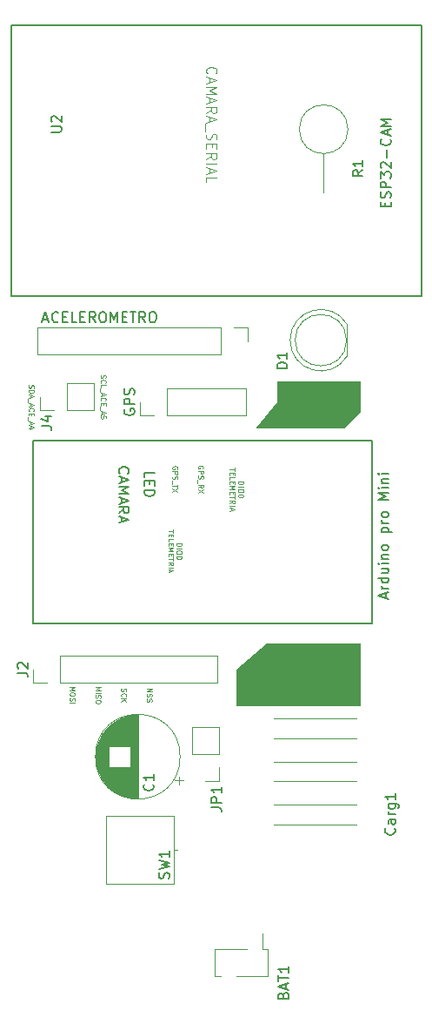
<source format=gbr>
%TF.GenerationSoftware,KiCad,Pcbnew,6.0.4-6f826c9f35~116~ubuntu20.04.1*%
%TF.CreationDate,2022-04-02T12:26:26+02:00*%
%TF.ProjectId,placaCANSAT_V3_GIRADA,706c6163-6143-4414-9e53-41545f56335f,rev?*%
%TF.SameCoordinates,Original*%
%TF.FileFunction,Legend,Top*%
%TF.FilePolarity,Positive*%
%FSLAX46Y46*%
G04 Gerber Fmt 4.6, Leading zero omitted, Abs format (unit mm)*
G04 Created by KiCad (PCBNEW 6.0.4-6f826c9f35~116~ubuntu20.04.1) date 2022-04-02 12:26:26*
%MOMM*%
%LPD*%
G01*
G04 APERTURE LIST*
%ADD10C,0.120000*%
%ADD11C,0.125000*%
%ADD12C,0.150000*%
%ADD13C,0.127000*%
G04 APERTURE END LIST*
D10*
G36*
X35497312Y-44568536D02*
G01*
X33997312Y-46068536D01*
X25497312Y-46068536D01*
X27497312Y-43568536D01*
X27497312Y-41568536D01*
X35497312Y-41568536D01*
X35497312Y-44568536D01*
G37*
X35497312Y-44568536D02*
X33997312Y-46068536D01*
X25497312Y-46068536D01*
X27497312Y-43568536D01*
X27497312Y-41568536D01*
X35497312Y-41568536D01*
X35497312Y-44568536D01*
G36*
X35497312Y-73068536D02*
G01*
X23497312Y-73068536D01*
X23497312Y-69568536D01*
X26497312Y-67068536D01*
X35497312Y-67068536D01*
X35497312Y-73068536D01*
G37*
X35497312Y-73068536D02*
X23497312Y-73068536D01*
X23497312Y-69568536D01*
X26497312Y-67068536D01*
X35497312Y-67068536D01*
X35497312Y-73068536D01*
D11*
X14771121Y-71449488D02*
X15271121Y-71449488D01*
X14771121Y-71735202D01*
X15271121Y-71735202D01*
X14794931Y-71949488D02*
X14771121Y-72020916D01*
X14771121Y-72139964D01*
X14794931Y-72187583D01*
X14818740Y-72211393D01*
X14866359Y-72235202D01*
X14913978Y-72235202D01*
X14961597Y-72211393D01*
X14985407Y-72187583D01*
X15009216Y-72139964D01*
X15033026Y-72044726D01*
X15056835Y-71997107D01*
X15080645Y-71973297D01*
X15128264Y-71949488D01*
X15175883Y-71949488D01*
X15223502Y-71973297D01*
X15247312Y-71997107D01*
X15271121Y-72044726D01*
X15271121Y-72163774D01*
X15247312Y-72235202D01*
X14794931Y-72425678D02*
X14771121Y-72497107D01*
X14771121Y-72616155D01*
X14794931Y-72663774D01*
X14818740Y-72687583D01*
X14866359Y-72711393D01*
X14913978Y-72711393D01*
X14961597Y-72687583D01*
X14985407Y-72663774D01*
X15009216Y-72616155D01*
X15033026Y-72520916D01*
X15056835Y-72473297D01*
X15080645Y-72449488D01*
X15128264Y-72425678D01*
X15175883Y-72425678D01*
X15223502Y-72449488D01*
X15247312Y-72473297D01*
X15271121Y-72520916D01*
X15271121Y-72639964D01*
X15247312Y-72711393D01*
X7271121Y-71282821D02*
X7771121Y-71282821D01*
X7413978Y-71449488D01*
X7771121Y-71616155D01*
X7271121Y-71616155D01*
X7771121Y-71949488D02*
X7771121Y-72044726D01*
X7747312Y-72092345D01*
X7699692Y-72139964D01*
X7604454Y-72163774D01*
X7437788Y-72163774D01*
X7342550Y-72139964D01*
X7294931Y-72092345D01*
X7271121Y-72044726D01*
X7271121Y-71949488D01*
X7294931Y-71901869D01*
X7342550Y-71854250D01*
X7437788Y-71830440D01*
X7604454Y-71830440D01*
X7699692Y-71854250D01*
X7747312Y-71901869D01*
X7771121Y-71949488D01*
X7294931Y-72354250D02*
X7271121Y-72425678D01*
X7271121Y-72544726D01*
X7294931Y-72592345D01*
X7318740Y-72616155D01*
X7366359Y-72639964D01*
X7413978Y-72639964D01*
X7461597Y-72616155D01*
X7485407Y-72592345D01*
X7509216Y-72544726D01*
X7533026Y-72449488D01*
X7556835Y-72401869D01*
X7580645Y-72378059D01*
X7628264Y-72354250D01*
X7675883Y-72354250D01*
X7723502Y-72378059D01*
X7747312Y-72401869D01*
X7771121Y-72449488D01*
X7771121Y-72568536D01*
X7747312Y-72639964D01*
X7271121Y-72854250D02*
X7771121Y-72854250D01*
X17747312Y-50092345D02*
X17771121Y-50044726D01*
X17771121Y-49973297D01*
X17747312Y-49901869D01*
X17699692Y-49854250D01*
X17652073Y-49830440D01*
X17556835Y-49806631D01*
X17485407Y-49806631D01*
X17390169Y-49830440D01*
X17342550Y-49854250D01*
X17294931Y-49901869D01*
X17271121Y-49973297D01*
X17271121Y-50020916D01*
X17294931Y-50092345D01*
X17318740Y-50116155D01*
X17485407Y-50116155D01*
X17485407Y-50020916D01*
X17271121Y-50330440D02*
X17771121Y-50330440D01*
X17771121Y-50520916D01*
X17747312Y-50568536D01*
X17723502Y-50592345D01*
X17675883Y-50616155D01*
X17604454Y-50616155D01*
X17556835Y-50592345D01*
X17533026Y-50568536D01*
X17509216Y-50520916D01*
X17509216Y-50330440D01*
X17294931Y-50806631D02*
X17271121Y-50878059D01*
X17271121Y-50997107D01*
X17294931Y-51044726D01*
X17318740Y-51068536D01*
X17366359Y-51092345D01*
X17413978Y-51092345D01*
X17461597Y-51068536D01*
X17485407Y-51044726D01*
X17509216Y-50997107D01*
X17533026Y-50901869D01*
X17556835Y-50854250D01*
X17580645Y-50830440D01*
X17628264Y-50806631D01*
X17675883Y-50806631D01*
X17723502Y-50830440D01*
X17747312Y-50854250D01*
X17771121Y-50901869D01*
X17771121Y-51020916D01*
X17747312Y-51092345D01*
X17223502Y-51187583D02*
X17223502Y-51568536D01*
X17771121Y-51616155D02*
X17771121Y-51901869D01*
X17271121Y-51759012D02*
X17771121Y-51759012D01*
X17771121Y-52020916D02*
X17271121Y-52354250D01*
X17771121Y-52354250D02*
X17271121Y-52020916D01*
X3294931Y-41937583D02*
X3271121Y-42009012D01*
X3271121Y-42128059D01*
X3294931Y-42175678D01*
X3318740Y-42199488D01*
X3366359Y-42223297D01*
X3413978Y-42223297D01*
X3461597Y-42199488D01*
X3485407Y-42175678D01*
X3509216Y-42128059D01*
X3533026Y-42032821D01*
X3556835Y-41985202D01*
X3580645Y-41961393D01*
X3628264Y-41937583D01*
X3675883Y-41937583D01*
X3723502Y-41961393D01*
X3747312Y-41985202D01*
X3771121Y-42032821D01*
X3771121Y-42151869D01*
X3747312Y-42223297D01*
X3271121Y-42437583D02*
X3771121Y-42437583D01*
X3771121Y-42556631D01*
X3747312Y-42628059D01*
X3699692Y-42675678D01*
X3652073Y-42699488D01*
X3556835Y-42723297D01*
X3485407Y-42723297D01*
X3390169Y-42699488D01*
X3342550Y-42675678D01*
X3294931Y-42628059D01*
X3271121Y-42556631D01*
X3271121Y-42437583D01*
X3413978Y-42913774D02*
X3413978Y-43151869D01*
X3271121Y-42866155D02*
X3771121Y-43032821D01*
X3271121Y-43199488D01*
X3223502Y-43247107D02*
X3223502Y-43628059D01*
X3413978Y-43723297D02*
X3413978Y-43961393D01*
X3271121Y-43675678D02*
X3771121Y-43842345D01*
X3271121Y-44009012D01*
X3318740Y-44461393D02*
X3294931Y-44437583D01*
X3271121Y-44366155D01*
X3271121Y-44318536D01*
X3294931Y-44247107D01*
X3342550Y-44199488D01*
X3390169Y-44175678D01*
X3485407Y-44151869D01*
X3556835Y-44151869D01*
X3652073Y-44175678D01*
X3699692Y-44199488D01*
X3747312Y-44247107D01*
X3771121Y-44318536D01*
X3771121Y-44366155D01*
X3747312Y-44437583D01*
X3723502Y-44461393D01*
X3533026Y-44675678D02*
X3533026Y-44842345D01*
X3271121Y-44913774D02*
X3271121Y-44675678D01*
X3771121Y-44675678D01*
X3771121Y-44913774D01*
X3223502Y-45009012D02*
X3223502Y-45389964D01*
X3413978Y-45485202D02*
X3413978Y-45723297D01*
X3271121Y-45437583D02*
X3771121Y-45604250D01*
X3271121Y-45770916D01*
X3604454Y-46151869D02*
X3271121Y-46151869D01*
X3794931Y-46032821D02*
X3437788Y-45913774D01*
X3437788Y-46223297D01*
D12*
X12140169Y-50520916D02*
X12092550Y-50473297D01*
X12044931Y-50330440D01*
X12044931Y-50235202D01*
X12092550Y-50092345D01*
X12187788Y-49997107D01*
X12283026Y-49949488D01*
X12473502Y-49901869D01*
X12616359Y-49901869D01*
X12806835Y-49949488D01*
X12902073Y-49997107D01*
X12997312Y-50092345D01*
X13044931Y-50235202D01*
X13044931Y-50330440D01*
X12997312Y-50473297D01*
X12949692Y-50520916D01*
X12330645Y-50901869D02*
X12330645Y-51378059D01*
X12044931Y-50806631D02*
X13044931Y-51139964D01*
X12044931Y-51473297D01*
X12044931Y-51806631D02*
X13044931Y-51806631D01*
X12330645Y-52139964D01*
X13044931Y-52473297D01*
X12044931Y-52473297D01*
X12330645Y-52901869D02*
X12330645Y-53378059D01*
X12044931Y-52806631D02*
X13044931Y-53139964D01*
X12044931Y-53473297D01*
X12044931Y-54378059D02*
X12521121Y-54044726D01*
X12044931Y-53806631D02*
X13044931Y-53806631D01*
X13044931Y-54187583D01*
X12997312Y-54282821D01*
X12949692Y-54330440D01*
X12854454Y-54378059D01*
X12711597Y-54378059D01*
X12616359Y-54330440D01*
X12568740Y-54282821D01*
X12521121Y-54187583D01*
X12521121Y-53806631D01*
X12330645Y-54759012D02*
X12330645Y-55235202D01*
X12044931Y-54663774D02*
X13044931Y-54997107D01*
X12044931Y-55330440D01*
D11*
X17673621Y-57318536D02*
X18173621Y-57318536D01*
X18173621Y-57437583D01*
X18149812Y-57509012D01*
X18102192Y-57556631D01*
X18054573Y-57580440D01*
X17959335Y-57604250D01*
X17887907Y-57604250D01*
X17792669Y-57580440D01*
X17745050Y-57556631D01*
X17697431Y-57509012D01*
X17673621Y-57437583D01*
X17673621Y-57318536D01*
X17673621Y-57818536D02*
X18173621Y-57818536D01*
X18173621Y-58151869D02*
X18173621Y-58247107D01*
X18149812Y-58294726D01*
X18102192Y-58342345D01*
X18006954Y-58366155D01*
X17840288Y-58366155D01*
X17745050Y-58342345D01*
X17697431Y-58294726D01*
X17673621Y-58247107D01*
X17673621Y-58151869D01*
X17697431Y-58104250D01*
X17745050Y-58056631D01*
X17840288Y-58032821D01*
X18006954Y-58032821D01*
X18102192Y-58056631D01*
X18149812Y-58104250D01*
X18173621Y-58151869D01*
X18173621Y-58675678D02*
X18173621Y-58723297D01*
X18149812Y-58770916D01*
X18126002Y-58794726D01*
X18078383Y-58818536D01*
X17983145Y-58842345D01*
X17864097Y-58842345D01*
X17768859Y-58818536D01*
X17721240Y-58794726D01*
X17697431Y-58770916D01*
X17673621Y-58723297D01*
X17673621Y-58675678D01*
X17697431Y-58628059D01*
X17721240Y-58604250D01*
X17768859Y-58580440D01*
X17864097Y-58556631D01*
X17983145Y-58556631D01*
X18078383Y-58580440D01*
X18126002Y-58604250D01*
X18149812Y-58628059D01*
X18173621Y-58675678D01*
X17368621Y-55985202D02*
X17368621Y-56270916D01*
X16868621Y-56128059D02*
X17368621Y-56128059D01*
X17130526Y-56437583D02*
X17130526Y-56604250D01*
X16868621Y-56675678D02*
X16868621Y-56437583D01*
X17368621Y-56437583D01*
X17368621Y-56675678D01*
X16868621Y-57128059D02*
X16868621Y-56889964D01*
X17368621Y-56889964D01*
X17130526Y-57294726D02*
X17130526Y-57461393D01*
X16868621Y-57532821D02*
X16868621Y-57294726D01*
X17368621Y-57294726D01*
X17368621Y-57532821D01*
X16868621Y-57747107D02*
X17368621Y-57747107D01*
X17011478Y-57913774D01*
X17368621Y-58080440D01*
X16868621Y-58080440D01*
X17130526Y-58318536D02*
X17130526Y-58485202D01*
X16868621Y-58556631D02*
X16868621Y-58318536D01*
X17368621Y-58318536D01*
X17368621Y-58556631D01*
X17368621Y-58699488D02*
X17368621Y-58985202D01*
X16868621Y-58842345D02*
X17368621Y-58842345D01*
X16868621Y-59437583D02*
X17106716Y-59270916D01*
X16868621Y-59151869D02*
X17368621Y-59151869D01*
X17368621Y-59342345D01*
X17344812Y-59389964D01*
X17321002Y-59413774D01*
X17273383Y-59437583D01*
X17201954Y-59437583D01*
X17154335Y-59413774D01*
X17130526Y-59389964D01*
X17106716Y-59342345D01*
X17106716Y-59151869D01*
X16868621Y-59651869D02*
X17368621Y-59651869D01*
X17011478Y-59866155D02*
X17011478Y-60104250D01*
X16868621Y-59818536D02*
X17368621Y-59985202D01*
X16868621Y-60151869D01*
D12*
X14544931Y-50925678D02*
X14544931Y-50449488D01*
X15544931Y-50449488D01*
X15068740Y-51259012D02*
X15068740Y-51592345D01*
X14544931Y-51735202D02*
X14544931Y-51259012D01*
X15544931Y-51259012D01*
X15544931Y-51735202D01*
X14544931Y-52163774D02*
X15544931Y-52163774D01*
X15544931Y-52401869D01*
X15497312Y-52544726D01*
X15402073Y-52639964D01*
X15306835Y-52687583D01*
X15116359Y-52735202D01*
X14973502Y-52735202D01*
X14783026Y-52687583D01*
X14687788Y-52639964D01*
X14592550Y-52544726D01*
X14544931Y-52401869D01*
X14544931Y-52163774D01*
D11*
X10294931Y-40949488D02*
X10271121Y-41020916D01*
X10271121Y-41139964D01*
X10294931Y-41187583D01*
X10318740Y-41211393D01*
X10366359Y-41235202D01*
X10413978Y-41235202D01*
X10461597Y-41211393D01*
X10485407Y-41187583D01*
X10509216Y-41139964D01*
X10533026Y-41044726D01*
X10556835Y-40997107D01*
X10580645Y-40973297D01*
X10628264Y-40949488D01*
X10675883Y-40949488D01*
X10723502Y-40973297D01*
X10747312Y-40997107D01*
X10771121Y-41044726D01*
X10771121Y-41163774D01*
X10747312Y-41235202D01*
X10318740Y-41735202D02*
X10294931Y-41711393D01*
X10271121Y-41639964D01*
X10271121Y-41592345D01*
X10294931Y-41520916D01*
X10342550Y-41473297D01*
X10390169Y-41449488D01*
X10485407Y-41425678D01*
X10556835Y-41425678D01*
X10652073Y-41449488D01*
X10699692Y-41473297D01*
X10747312Y-41520916D01*
X10771121Y-41592345D01*
X10771121Y-41639964D01*
X10747312Y-41711393D01*
X10723502Y-41735202D01*
X10271121Y-42187583D02*
X10271121Y-41949488D01*
X10771121Y-41949488D01*
X10223502Y-42235202D02*
X10223502Y-42616155D01*
X10413978Y-42711393D02*
X10413978Y-42949488D01*
X10271121Y-42663774D02*
X10771121Y-42830440D01*
X10271121Y-42997107D01*
X10318740Y-43449488D02*
X10294931Y-43425678D01*
X10271121Y-43354250D01*
X10271121Y-43306631D01*
X10294931Y-43235202D01*
X10342550Y-43187583D01*
X10390169Y-43163774D01*
X10485407Y-43139964D01*
X10556835Y-43139964D01*
X10652073Y-43163774D01*
X10699692Y-43187583D01*
X10747312Y-43235202D01*
X10771121Y-43306631D01*
X10771121Y-43354250D01*
X10747312Y-43425678D01*
X10723502Y-43449488D01*
X10533026Y-43663774D02*
X10533026Y-43830440D01*
X10271121Y-43901869D02*
X10271121Y-43663774D01*
X10771121Y-43663774D01*
X10771121Y-43901869D01*
X10223502Y-43997107D02*
X10223502Y-44378059D01*
X10413978Y-44473297D02*
X10413978Y-44711393D01*
X10271121Y-44425678D02*
X10771121Y-44592345D01*
X10271121Y-44759012D01*
X10771121Y-45163774D02*
X10771121Y-44925678D01*
X10533026Y-44901869D01*
X10556835Y-44925678D01*
X10580645Y-44973297D01*
X10580645Y-45092345D01*
X10556835Y-45139964D01*
X10533026Y-45163774D01*
X10485407Y-45187583D01*
X10366359Y-45187583D01*
X10318740Y-45163774D01*
X10294931Y-45139964D01*
X10271121Y-45092345D01*
X10271121Y-44973297D01*
X10294931Y-44925678D01*
X10318740Y-44901869D01*
X23673621Y-51318536D02*
X24173621Y-51318536D01*
X24173621Y-51437583D01*
X24149812Y-51509012D01*
X24102192Y-51556631D01*
X24054573Y-51580440D01*
X23959335Y-51604250D01*
X23887907Y-51604250D01*
X23792669Y-51580440D01*
X23745050Y-51556631D01*
X23697431Y-51509012D01*
X23673621Y-51437583D01*
X23673621Y-51318536D01*
X23673621Y-51818536D02*
X24173621Y-51818536D01*
X24173621Y-52151869D02*
X24173621Y-52247107D01*
X24149812Y-52294726D01*
X24102192Y-52342345D01*
X24006954Y-52366155D01*
X23840288Y-52366155D01*
X23745050Y-52342345D01*
X23697431Y-52294726D01*
X23673621Y-52247107D01*
X23673621Y-52151869D01*
X23697431Y-52104250D01*
X23745050Y-52056631D01*
X23840288Y-52032821D01*
X24006954Y-52032821D01*
X24102192Y-52056631D01*
X24149812Y-52104250D01*
X24173621Y-52151869D01*
X24173621Y-52675678D02*
X24173621Y-52723297D01*
X24149812Y-52770916D01*
X24126002Y-52794726D01*
X24078383Y-52818536D01*
X23983145Y-52842345D01*
X23864097Y-52842345D01*
X23768859Y-52818536D01*
X23721240Y-52794726D01*
X23697431Y-52770916D01*
X23673621Y-52723297D01*
X23673621Y-52675678D01*
X23697431Y-52628059D01*
X23721240Y-52604250D01*
X23768859Y-52580440D01*
X23864097Y-52556631D01*
X23983145Y-52556631D01*
X24078383Y-52580440D01*
X24126002Y-52604250D01*
X24149812Y-52628059D01*
X24173621Y-52675678D01*
X23368621Y-49985202D02*
X23368621Y-50270916D01*
X22868621Y-50128059D02*
X23368621Y-50128059D01*
X23130526Y-50437583D02*
X23130526Y-50604250D01*
X22868621Y-50675678D02*
X22868621Y-50437583D01*
X23368621Y-50437583D01*
X23368621Y-50675678D01*
X22868621Y-51128059D02*
X22868621Y-50889964D01*
X23368621Y-50889964D01*
X23130526Y-51294726D02*
X23130526Y-51461393D01*
X22868621Y-51532821D02*
X22868621Y-51294726D01*
X23368621Y-51294726D01*
X23368621Y-51532821D01*
X22868621Y-51747107D02*
X23368621Y-51747107D01*
X23011478Y-51913774D01*
X23368621Y-52080440D01*
X22868621Y-52080440D01*
X23130526Y-52318536D02*
X23130526Y-52485202D01*
X22868621Y-52556631D02*
X22868621Y-52318536D01*
X23368621Y-52318536D01*
X23368621Y-52556631D01*
X23368621Y-52699488D02*
X23368621Y-52985202D01*
X22868621Y-52842345D02*
X23368621Y-52842345D01*
X22868621Y-53437583D02*
X23106716Y-53270916D01*
X22868621Y-53151869D02*
X23368621Y-53151869D01*
X23368621Y-53342345D01*
X23344812Y-53389964D01*
X23321002Y-53413774D01*
X23273383Y-53437583D01*
X23201954Y-53437583D01*
X23154335Y-53413774D01*
X23130526Y-53389964D01*
X23106716Y-53342345D01*
X23106716Y-53151869D01*
X22868621Y-53651869D02*
X23368621Y-53651869D01*
X23011478Y-53866155D02*
X23011478Y-54104250D01*
X22868621Y-53818536D02*
X23368621Y-53985202D01*
X22868621Y-54151869D01*
X9771121Y-71282821D02*
X10271121Y-71282821D01*
X9913978Y-71449488D01*
X10271121Y-71616155D01*
X9771121Y-71616155D01*
X9771121Y-71854250D02*
X10271121Y-71854250D01*
X9794931Y-72068536D02*
X9771121Y-72139964D01*
X9771121Y-72259012D01*
X9794931Y-72306631D01*
X9818740Y-72330440D01*
X9866359Y-72354250D01*
X9913978Y-72354250D01*
X9961597Y-72330440D01*
X9985407Y-72306631D01*
X10009216Y-72259012D01*
X10033026Y-72163774D01*
X10056835Y-72116155D01*
X10080645Y-72092345D01*
X10128264Y-72068536D01*
X10175883Y-72068536D01*
X10223502Y-72092345D01*
X10247312Y-72116155D01*
X10271121Y-72163774D01*
X10271121Y-72282821D01*
X10247312Y-72354250D01*
X10271121Y-72663774D02*
X10271121Y-72759012D01*
X10247312Y-72806631D01*
X10199692Y-72854250D01*
X10104454Y-72878059D01*
X9937788Y-72878059D01*
X9842550Y-72854250D01*
X9794931Y-72806631D01*
X9771121Y-72759012D01*
X9771121Y-72663774D01*
X9794931Y-72616155D01*
X9842550Y-72568536D01*
X9937788Y-72544726D01*
X10104454Y-72544726D01*
X10199692Y-72568536D01*
X10247312Y-72616155D01*
X10271121Y-72663774D01*
X20674641Y-11639964D02*
X20627022Y-11592345D01*
X20579403Y-11449488D01*
X20579403Y-11354250D01*
X20627022Y-11211393D01*
X20722260Y-11116155D01*
X20817498Y-11068536D01*
X21007974Y-11020916D01*
X21150831Y-11020916D01*
X21341307Y-11068536D01*
X21436545Y-11116155D01*
X21531784Y-11211393D01*
X21579403Y-11354250D01*
X21579403Y-11449488D01*
X21531784Y-11592345D01*
X21484164Y-11639964D01*
X20865117Y-12020916D02*
X20865117Y-12497107D01*
X20579403Y-11925678D02*
X21579403Y-12259012D01*
X20579403Y-12592345D01*
X20579403Y-12925678D02*
X21579403Y-12925678D01*
X20865117Y-13259012D01*
X21579403Y-13592345D01*
X20579403Y-13592345D01*
X20865117Y-14020916D02*
X20865117Y-14497107D01*
X20579403Y-13925678D02*
X21579403Y-14259012D01*
X20579403Y-14592345D01*
X20579403Y-15497107D02*
X21055593Y-15163774D01*
X20579403Y-14925678D02*
X21579403Y-14925678D01*
X21579403Y-15306631D01*
X21531784Y-15401869D01*
X21484164Y-15449488D01*
X21388926Y-15497107D01*
X21246069Y-15497107D01*
X21150831Y-15449488D01*
X21103212Y-15401869D01*
X21055593Y-15306631D01*
X21055593Y-14925678D01*
X20865117Y-15878059D02*
X20865117Y-16354250D01*
X20579403Y-15782821D02*
X21579403Y-16116155D01*
X20579403Y-16449488D01*
X20484164Y-16544726D02*
X20484164Y-17306631D01*
X20627022Y-17497107D02*
X20579403Y-17639964D01*
X20579403Y-17878059D01*
X20627022Y-17973297D01*
X20674641Y-18020916D01*
X20769879Y-18068536D01*
X20865117Y-18068536D01*
X20960355Y-18020916D01*
X21007974Y-17973297D01*
X21055593Y-17878059D01*
X21103212Y-17687583D01*
X21150831Y-17592345D01*
X21198450Y-17544726D01*
X21293688Y-17497107D01*
X21388926Y-17497107D01*
X21484164Y-17544726D01*
X21531784Y-17592345D01*
X21579403Y-17687583D01*
X21579403Y-17925678D01*
X21531784Y-18068536D01*
X21103212Y-18497107D02*
X21103212Y-18830440D01*
X20579403Y-18973297D02*
X20579403Y-18497107D01*
X21579403Y-18497107D01*
X21579403Y-18973297D01*
X20579403Y-19973297D02*
X21055593Y-19639964D01*
X20579403Y-19401869D02*
X21579403Y-19401869D01*
X21579403Y-19782821D01*
X21531784Y-19878059D01*
X21484164Y-19925678D01*
X21388926Y-19973297D01*
X21246069Y-19973297D01*
X21150831Y-19925678D01*
X21103212Y-19878059D01*
X21055593Y-19782821D01*
X21055593Y-19401869D01*
X20579403Y-20401869D02*
X21579403Y-20401869D01*
X20865117Y-20830440D02*
X20865117Y-21306631D01*
X20579403Y-20735202D02*
X21579403Y-21068536D01*
X20579403Y-21401869D01*
X20579403Y-22211393D02*
X20579403Y-21735202D01*
X21579403Y-21735202D01*
X20247312Y-50032821D02*
X20271121Y-49985202D01*
X20271121Y-49913774D01*
X20247312Y-49842345D01*
X20199692Y-49794726D01*
X20152073Y-49770916D01*
X20056835Y-49747107D01*
X19985407Y-49747107D01*
X19890169Y-49770916D01*
X19842550Y-49794726D01*
X19794931Y-49842345D01*
X19771121Y-49913774D01*
X19771121Y-49961393D01*
X19794931Y-50032821D01*
X19818740Y-50056631D01*
X19985407Y-50056631D01*
X19985407Y-49961393D01*
X19771121Y-50270916D02*
X20271121Y-50270916D01*
X20271121Y-50461393D01*
X20247312Y-50509012D01*
X20223502Y-50532821D01*
X20175883Y-50556631D01*
X20104454Y-50556631D01*
X20056835Y-50532821D01*
X20033026Y-50509012D01*
X20009216Y-50461393D01*
X20009216Y-50270916D01*
X19794931Y-50747107D02*
X19771121Y-50818536D01*
X19771121Y-50937583D01*
X19794931Y-50985202D01*
X19818740Y-51009012D01*
X19866359Y-51032821D01*
X19913978Y-51032821D01*
X19961597Y-51009012D01*
X19985407Y-50985202D01*
X20009216Y-50937583D01*
X20033026Y-50842345D01*
X20056835Y-50794726D01*
X20080645Y-50770916D01*
X20128264Y-50747107D01*
X20175883Y-50747107D01*
X20223502Y-50770916D01*
X20247312Y-50794726D01*
X20271121Y-50842345D01*
X20271121Y-50961393D01*
X20247312Y-51032821D01*
X19723502Y-51128059D02*
X19723502Y-51509012D01*
X19771121Y-51913774D02*
X20009216Y-51747107D01*
X19771121Y-51628059D02*
X20271121Y-51628059D01*
X20271121Y-51818536D01*
X20247312Y-51866155D01*
X20223502Y-51889964D01*
X20175883Y-51913774D01*
X20104454Y-51913774D01*
X20056835Y-51889964D01*
X20033026Y-51866155D01*
X20009216Y-51818536D01*
X20009216Y-51628059D01*
X20271121Y-52080440D02*
X19771121Y-52413774D01*
X20271121Y-52413774D02*
X19771121Y-52080440D01*
X12294931Y-71425678D02*
X12271121Y-71497107D01*
X12271121Y-71616155D01*
X12294931Y-71663774D01*
X12318740Y-71687583D01*
X12366359Y-71711393D01*
X12413978Y-71711393D01*
X12461597Y-71687583D01*
X12485407Y-71663774D01*
X12509216Y-71616155D01*
X12533026Y-71520916D01*
X12556835Y-71473297D01*
X12580645Y-71449488D01*
X12628264Y-71425678D01*
X12675883Y-71425678D01*
X12723502Y-71449488D01*
X12747312Y-71473297D01*
X12771121Y-71520916D01*
X12771121Y-71639964D01*
X12747312Y-71711393D01*
X12318740Y-72211393D02*
X12294931Y-72187583D01*
X12271121Y-72116155D01*
X12271121Y-72068536D01*
X12294931Y-71997107D01*
X12342550Y-71949488D01*
X12390169Y-71925678D01*
X12485407Y-71901869D01*
X12556835Y-71901869D01*
X12652073Y-71925678D01*
X12699692Y-71949488D01*
X12747312Y-71997107D01*
X12771121Y-72068536D01*
X12771121Y-72116155D01*
X12747312Y-72187583D01*
X12723502Y-72211393D01*
X12271121Y-72425678D02*
X12771121Y-72425678D01*
X12271121Y-72711393D02*
X12556835Y-72497107D01*
X12771121Y-72711393D02*
X12485407Y-72425678D01*
D12*
%TO.C,D1*%
X28449692Y-40306631D02*
X27449692Y-40306631D01*
X27449692Y-40068536D01*
X27497312Y-39925678D01*
X27592550Y-39830440D01*
X27687788Y-39782821D01*
X27878264Y-39735202D01*
X28021121Y-39735202D01*
X28211597Y-39782821D01*
X28306835Y-39830440D01*
X28402073Y-39925678D01*
X28449692Y-40068536D01*
X28449692Y-40306631D01*
X28449692Y-38782821D02*
X28449692Y-39354250D01*
X28449692Y-39068536D02*
X27449692Y-39068536D01*
X27592550Y-39163774D01*
X27687788Y-39259012D01*
X27735407Y-39354250D01*
%TO.C,JP1*%
X21029751Y-83001857D02*
X21744037Y-83001857D01*
X21886894Y-83049476D01*
X21982132Y-83144714D01*
X22029751Y-83287571D01*
X22029751Y-83382809D01*
X22029751Y-82525666D02*
X21029751Y-82525666D01*
X21029751Y-82144714D01*
X21077371Y-82049476D01*
X21124990Y-82001857D01*
X21220228Y-81954238D01*
X21363085Y-81954238D01*
X21458323Y-82001857D01*
X21505942Y-82049476D01*
X21553561Y-82144714D01*
X21553561Y-82525666D01*
X22029751Y-81001857D02*
X22029751Y-81573285D01*
X22029751Y-81287571D02*
X21029751Y-81287571D01*
X21172609Y-81382809D01*
X21267847Y-81478047D01*
X21315466Y-81573285D01*
%TO.C,U2*%
X5449692Y-17330440D02*
X6259216Y-17330440D01*
X6354454Y-17282821D01*
X6402073Y-17235202D01*
X6449692Y-17139964D01*
X6449692Y-16949488D01*
X6402073Y-16854250D01*
X6354454Y-16806631D01*
X6259216Y-16759012D01*
X5449692Y-16759012D01*
X5544931Y-16330440D02*
X5497312Y-16282821D01*
X5449692Y-16187583D01*
X5449692Y-15949488D01*
X5497312Y-15854250D01*
X5544931Y-15806631D01*
X5640169Y-15759012D01*
X5735407Y-15759012D01*
X5878264Y-15806631D01*
X6449692Y-16378059D01*
X6449692Y-15759012D01*
X38026762Y-24579922D02*
X38026762Y-24246589D01*
X38550571Y-24103732D02*
X38550571Y-24579922D01*
X37550571Y-24579922D01*
X37550571Y-24103732D01*
X38502952Y-23722779D02*
X38550571Y-23579922D01*
X38550571Y-23341827D01*
X38502952Y-23246589D01*
X38455333Y-23198970D01*
X38360095Y-23151351D01*
X38264857Y-23151351D01*
X38169619Y-23198970D01*
X38122000Y-23246589D01*
X38074381Y-23341827D01*
X38026762Y-23532303D01*
X37979143Y-23627541D01*
X37931524Y-23675160D01*
X37836286Y-23722779D01*
X37741048Y-23722779D01*
X37645810Y-23675160D01*
X37598191Y-23627541D01*
X37550571Y-23532303D01*
X37550571Y-23294208D01*
X37598191Y-23151351D01*
X38550571Y-22722779D02*
X37550571Y-22722779D01*
X37550571Y-22341827D01*
X37598191Y-22246589D01*
X37645810Y-22198970D01*
X37741048Y-22151351D01*
X37883905Y-22151351D01*
X37979143Y-22198970D01*
X38026762Y-22246589D01*
X38074381Y-22341827D01*
X38074381Y-22722779D01*
X37550571Y-21818018D02*
X37550571Y-21198970D01*
X37931524Y-21532303D01*
X37931524Y-21389446D01*
X37979143Y-21294208D01*
X38026762Y-21246589D01*
X38122000Y-21198970D01*
X38360095Y-21198970D01*
X38455333Y-21246589D01*
X38502952Y-21294208D01*
X38550571Y-21389446D01*
X38550571Y-21675160D01*
X38502952Y-21770398D01*
X38455333Y-21818018D01*
X37645810Y-20818018D02*
X37598191Y-20770398D01*
X37550571Y-20675160D01*
X37550571Y-20437065D01*
X37598191Y-20341827D01*
X37645810Y-20294208D01*
X37741048Y-20246589D01*
X37836286Y-20246589D01*
X37979143Y-20294208D01*
X38550571Y-20865637D01*
X38550571Y-20246589D01*
X38169619Y-19818018D02*
X38169619Y-19056113D01*
X38455333Y-18008494D02*
X38502952Y-18056113D01*
X38550571Y-18198970D01*
X38550571Y-18294208D01*
X38502952Y-18437065D01*
X38407714Y-18532303D01*
X38312476Y-18579922D01*
X38122000Y-18627541D01*
X37979143Y-18627541D01*
X37788667Y-18579922D01*
X37693429Y-18532303D01*
X37598191Y-18437065D01*
X37550571Y-18294208D01*
X37550571Y-18198970D01*
X37598191Y-18056113D01*
X37645810Y-18008494D01*
X38264857Y-17627541D02*
X38264857Y-17151351D01*
X38550571Y-17722779D02*
X37550571Y-17389446D01*
X38550571Y-17056113D01*
X38550571Y-16722779D02*
X37550571Y-16722779D01*
X38264857Y-16389446D01*
X37550571Y-16056113D01*
X38550571Y-16056113D01*
%TO.C,R1*%
X35819692Y-21030202D02*
X35343502Y-21363536D01*
X35819692Y-21601631D02*
X34819692Y-21601631D01*
X34819692Y-21220678D01*
X34867312Y-21125440D01*
X34914931Y-21077821D01*
X35010169Y-21030202D01*
X35153026Y-21030202D01*
X35248264Y-21077821D01*
X35295883Y-21125440D01*
X35343502Y-21220678D01*
X35343502Y-21601631D01*
X35819692Y-20077821D02*
X35819692Y-20649250D01*
X35819692Y-20363536D02*
X34819692Y-20363536D01*
X34962550Y-20458774D01*
X35057788Y-20554012D01*
X35105407Y-20649250D01*
%TO.C,J4*%
X4509692Y-45901869D02*
X5223978Y-45901869D01*
X5366835Y-45949488D01*
X5462073Y-46044726D01*
X5509692Y-46187583D01*
X5509692Y-46282821D01*
X4843026Y-44997107D02*
X5509692Y-44997107D01*
X4462073Y-45235202D02*
X5176359Y-45473297D01*
X5176359Y-44854250D01*
%TO.C,C1*%
X15354454Y-80735202D02*
X15402073Y-80782821D01*
X15449692Y-80925678D01*
X15449692Y-81020916D01*
X15402073Y-81163774D01*
X15306835Y-81259012D01*
X15211597Y-81306631D01*
X15021121Y-81354250D01*
X14878264Y-81354250D01*
X14687788Y-81306631D01*
X14592550Y-81259012D01*
X14497312Y-81163774D01*
X14449692Y-81020916D01*
X14449692Y-80925678D01*
X14497312Y-80782821D01*
X14544931Y-80735202D01*
X15449692Y-79782821D02*
X15449692Y-80354250D01*
X15449692Y-80068536D02*
X14449692Y-80068536D01*
X14592550Y-80163774D01*
X14687788Y-80259012D01*
X14735407Y-80354250D01*
%TO.C,SW1*%
X16902073Y-89901869D02*
X16949692Y-89759012D01*
X16949692Y-89520916D01*
X16902073Y-89425678D01*
X16854454Y-89378059D01*
X16759216Y-89330440D01*
X16663978Y-89330440D01*
X16568740Y-89378059D01*
X16521121Y-89425678D01*
X16473502Y-89520916D01*
X16425883Y-89711393D01*
X16378264Y-89806631D01*
X16330645Y-89854250D01*
X16235407Y-89901869D01*
X16140169Y-89901869D01*
X16044931Y-89854250D01*
X15997312Y-89806631D01*
X15949692Y-89711393D01*
X15949692Y-89473297D01*
X15997312Y-89330440D01*
X15949692Y-88997107D02*
X16949692Y-88759012D01*
X16235407Y-88568536D01*
X16949692Y-88378059D01*
X15949692Y-88139964D01*
X16949692Y-87235202D02*
X16949692Y-87806631D01*
X16949692Y-87520916D02*
X15949692Y-87520916D01*
X16092550Y-87616155D01*
X16187788Y-87711393D01*
X16235407Y-87806631D01*
%TO.C,BAT1*%
X28075201Y-101277211D02*
X28122820Y-101134354D01*
X28170439Y-101086735D01*
X28265677Y-101039116D01*
X28408534Y-101039116D01*
X28503772Y-101086735D01*
X28551391Y-101134354D01*
X28599010Y-101229592D01*
X28599010Y-101610545D01*
X27599010Y-101610545D01*
X27599010Y-101277211D01*
X27646630Y-101181973D01*
X27694249Y-101134354D01*
X27789487Y-101086735D01*
X27884725Y-101086735D01*
X27979963Y-101134354D01*
X28027582Y-101181973D01*
X28075201Y-101277211D01*
X28075201Y-101610545D01*
X28313296Y-100658164D02*
X28313296Y-100181973D01*
X28599010Y-100753402D02*
X27599010Y-100420068D01*
X28599010Y-100086735D01*
X27599010Y-99896259D02*
X27599010Y-99324830D01*
X28599010Y-99610545D02*
X27599010Y-99610545D01*
X28599010Y-98467687D02*
X28599010Y-99039116D01*
X28599010Y-98753402D02*
X27599010Y-98753402D01*
X27741868Y-98848640D01*
X27837106Y-98943878D01*
X27884725Y-99039116D01*
%TO.C,J2*%
X2177216Y-69901869D02*
X2891502Y-69901869D01*
X3034359Y-69949488D01*
X3129597Y-70044726D01*
X3177216Y-70187583D01*
X3177216Y-70282821D01*
X2272455Y-69473297D02*
X2224836Y-69425678D01*
X2177216Y-69330440D01*
X2177216Y-69092345D01*
X2224836Y-68997107D01*
X2272455Y-68949488D01*
X2367693Y-68901869D01*
X2462931Y-68901869D01*
X2605788Y-68949488D01*
X3177216Y-69520916D01*
X3177216Y-68901869D01*
%TO.C,ACELEROMETRO*%
X4677162Y-35535224D02*
X5153352Y-35535224D01*
X4581923Y-35820938D02*
X4915257Y-34820938D01*
X5248590Y-35820938D01*
X6153352Y-35725700D02*
X6105733Y-35773319D01*
X5962876Y-35820938D01*
X5867638Y-35820938D01*
X5724781Y-35773319D01*
X5629542Y-35678081D01*
X5581923Y-35582843D01*
X5534304Y-35392367D01*
X5534304Y-35249510D01*
X5581923Y-35059034D01*
X5629542Y-34963796D01*
X5724781Y-34868558D01*
X5867638Y-34820938D01*
X5962876Y-34820938D01*
X6105733Y-34868558D01*
X6153352Y-34916177D01*
X6581923Y-35297129D02*
X6915257Y-35297129D01*
X7058114Y-35820938D02*
X6581923Y-35820938D01*
X6581923Y-34820938D01*
X7058114Y-34820938D01*
X7962876Y-35820938D02*
X7486685Y-35820938D01*
X7486685Y-34820938D01*
X8296209Y-35297129D02*
X8629542Y-35297129D01*
X8772400Y-35820938D02*
X8296209Y-35820938D01*
X8296209Y-34820938D01*
X8772400Y-34820938D01*
X9772400Y-35820938D02*
X9439066Y-35344748D01*
X9200971Y-35820938D02*
X9200971Y-34820938D01*
X9581923Y-34820938D01*
X9677162Y-34868558D01*
X9724781Y-34916177D01*
X9772400Y-35011415D01*
X9772400Y-35154272D01*
X9724781Y-35249510D01*
X9677162Y-35297129D01*
X9581923Y-35344748D01*
X9200971Y-35344748D01*
X10391447Y-34820938D02*
X10581923Y-34820938D01*
X10677162Y-34868558D01*
X10772400Y-34963796D01*
X10820019Y-35154272D01*
X10820019Y-35487605D01*
X10772400Y-35678081D01*
X10677162Y-35773319D01*
X10581923Y-35820938D01*
X10391447Y-35820938D01*
X10296209Y-35773319D01*
X10200971Y-35678081D01*
X10153352Y-35487605D01*
X10153352Y-35154272D01*
X10200971Y-34963796D01*
X10296209Y-34868558D01*
X10391447Y-34820938D01*
X11248590Y-35820938D02*
X11248590Y-34820938D01*
X11581923Y-35535224D01*
X11915257Y-34820938D01*
X11915257Y-35820938D01*
X12391447Y-35297129D02*
X12724781Y-35297129D01*
X12867638Y-35820938D02*
X12391447Y-35820938D01*
X12391447Y-34820938D01*
X12867638Y-34820938D01*
X13153352Y-34820938D02*
X13724781Y-34820938D01*
X13439066Y-35820938D02*
X13439066Y-34820938D01*
X14629542Y-35820938D02*
X14296209Y-35344748D01*
X14058114Y-35820938D02*
X14058114Y-34820938D01*
X14439066Y-34820938D01*
X14534304Y-34868558D01*
X14581923Y-34916177D01*
X14629542Y-35011415D01*
X14629542Y-35154272D01*
X14581923Y-35249510D01*
X14534304Y-35297129D01*
X14439066Y-35344748D01*
X14058114Y-35344748D01*
X15248590Y-34820938D02*
X15439066Y-34820938D01*
X15534304Y-34868558D01*
X15629542Y-34963796D01*
X15677162Y-35154272D01*
X15677162Y-35487605D01*
X15629542Y-35678081D01*
X15534304Y-35773319D01*
X15439066Y-35820938D01*
X15248590Y-35820938D01*
X15153352Y-35773319D01*
X15058114Y-35678081D01*
X15010495Y-35487605D01*
X15010495Y-35154272D01*
X15058114Y-34963796D01*
X15153352Y-34868558D01*
X15248590Y-34820938D01*
%TO.C,GPS*%
X12627312Y-44282821D02*
X12579692Y-44378059D01*
X12579692Y-44520916D01*
X12627312Y-44663774D01*
X12722550Y-44759012D01*
X12817788Y-44806631D01*
X13008264Y-44854250D01*
X13151121Y-44854250D01*
X13341597Y-44806631D01*
X13436835Y-44759012D01*
X13532073Y-44663774D01*
X13579692Y-44520916D01*
X13579692Y-44425678D01*
X13532073Y-44282821D01*
X13484454Y-44235202D01*
X13151121Y-44235202D01*
X13151121Y-44425678D01*
X13579692Y-43806631D02*
X12579692Y-43806631D01*
X12579692Y-43425678D01*
X12627312Y-43330440D01*
X12674931Y-43282821D01*
X12770169Y-43235202D01*
X12913026Y-43235202D01*
X13008264Y-43282821D01*
X13055883Y-43330440D01*
X13103502Y-43425678D01*
X13103502Y-43806631D01*
X13532073Y-42854250D02*
X13579692Y-42711393D01*
X13579692Y-42473297D01*
X13532073Y-42378059D01*
X13484454Y-42330440D01*
X13389216Y-42282821D01*
X13293978Y-42282821D01*
X13198740Y-42330440D01*
X13151121Y-42378059D01*
X13103502Y-42473297D01*
X13055883Y-42663774D01*
X13008264Y-42759012D01*
X12960645Y-42806631D01*
X12865407Y-42854250D01*
X12770169Y-42854250D01*
X12674931Y-42806631D01*
X12627312Y-42759012D01*
X12579692Y-42663774D01*
X12579692Y-42425678D01*
X12627312Y-42282821D01*
%TO.C,Arduino pro Mini*%
X38044381Y-62639964D02*
X38044381Y-62163774D01*
X38330095Y-62735202D02*
X37330095Y-62401869D01*
X38330095Y-62068536D01*
X38330095Y-61735202D02*
X37663429Y-61735202D01*
X37853905Y-61735202D02*
X37758667Y-61687583D01*
X37711048Y-61639964D01*
X37663429Y-61544726D01*
X37663429Y-61449488D01*
X38330095Y-60687583D02*
X37330095Y-60687583D01*
X38282476Y-60687583D02*
X38330095Y-60782821D01*
X38330095Y-60973297D01*
X38282476Y-61068536D01*
X38234857Y-61116155D01*
X38139619Y-61163774D01*
X37853905Y-61163774D01*
X37758667Y-61116155D01*
X37711048Y-61068536D01*
X37663429Y-60973297D01*
X37663429Y-60782821D01*
X37711048Y-60687583D01*
X37663429Y-59782821D02*
X38330095Y-59782821D01*
X37663429Y-60211393D02*
X38187238Y-60211393D01*
X38282476Y-60163774D01*
X38330095Y-60068536D01*
X38330095Y-59925678D01*
X38282476Y-59830440D01*
X38234857Y-59782821D01*
X38330095Y-59306631D02*
X37663429Y-59306631D01*
X37330095Y-59306631D02*
X37377715Y-59354250D01*
X37425334Y-59306631D01*
X37377715Y-59259012D01*
X37330095Y-59306631D01*
X37425334Y-59306631D01*
X37663429Y-58830440D02*
X38330095Y-58830440D01*
X37758667Y-58830440D02*
X37711048Y-58782821D01*
X37663429Y-58687583D01*
X37663429Y-58544726D01*
X37711048Y-58449488D01*
X37806286Y-58401869D01*
X38330095Y-58401869D01*
X38330095Y-57782821D02*
X38282476Y-57878059D01*
X38234857Y-57925678D01*
X38139619Y-57973297D01*
X37853905Y-57973297D01*
X37758667Y-57925678D01*
X37711048Y-57878059D01*
X37663429Y-57782821D01*
X37663429Y-57639964D01*
X37711048Y-57544726D01*
X37758667Y-57497107D01*
X37853905Y-57449488D01*
X38139619Y-57449488D01*
X38234857Y-57497107D01*
X38282476Y-57544726D01*
X38330095Y-57639964D01*
X38330095Y-57782821D01*
X37663429Y-56259012D02*
X38663429Y-56259012D01*
X37711048Y-56259012D02*
X37663429Y-56163774D01*
X37663429Y-55973297D01*
X37711048Y-55878059D01*
X37758667Y-55830440D01*
X37853905Y-55782821D01*
X38139619Y-55782821D01*
X38234857Y-55830440D01*
X38282476Y-55878059D01*
X38330095Y-55973297D01*
X38330095Y-56163774D01*
X38282476Y-56259012D01*
X38330095Y-55354250D02*
X37663429Y-55354250D01*
X37853905Y-55354250D02*
X37758667Y-55306631D01*
X37711048Y-55259012D01*
X37663429Y-55163774D01*
X37663429Y-55068536D01*
X38330095Y-54592345D02*
X38282476Y-54687583D01*
X38234857Y-54735202D01*
X38139619Y-54782821D01*
X37853905Y-54782821D01*
X37758667Y-54735202D01*
X37711048Y-54687583D01*
X37663429Y-54592345D01*
X37663429Y-54449488D01*
X37711048Y-54354250D01*
X37758667Y-54306631D01*
X37853905Y-54259012D01*
X38139619Y-54259012D01*
X38234857Y-54306631D01*
X38282476Y-54354250D01*
X38330095Y-54449488D01*
X38330095Y-54592345D01*
X38330095Y-53068536D02*
X37330095Y-53068536D01*
X38044381Y-52735202D01*
X37330095Y-52401869D01*
X38330095Y-52401869D01*
X38330095Y-51925678D02*
X37663429Y-51925678D01*
X37330095Y-51925678D02*
X37377715Y-51973297D01*
X37425334Y-51925678D01*
X37377715Y-51878059D01*
X37330095Y-51925678D01*
X37425334Y-51925678D01*
X37663429Y-51449488D02*
X38330095Y-51449488D01*
X37758667Y-51449488D02*
X37711048Y-51401869D01*
X37663429Y-51306631D01*
X37663429Y-51163774D01*
X37711048Y-51068536D01*
X37806286Y-51020916D01*
X38330095Y-51020916D01*
X38330095Y-50544726D02*
X37663429Y-50544726D01*
X37330095Y-50544726D02*
X37377715Y-50592345D01*
X37425334Y-50544726D01*
X37377715Y-50497107D01*
X37330095Y-50544726D01*
X37425334Y-50544726D01*
%TO.C,Carg1*%
X38881853Y-85023146D02*
X38929472Y-85070765D01*
X38977091Y-85213622D01*
X38977091Y-85308860D01*
X38929472Y-85451717D01*
X38834234Y-85546955D01*
X38738996Y-85594574D01*
X38548520Y-85642194D01*
X38405663Y-85642194D01*
X38215187Y-85594574D01*
X38119949Y-85546955D01*
X38024711Y-85451717D01*
X37977091Y-85308860D01*
X37977091Y-85213622D01*
X38024711Y-85070765D01*
X38072330Y-85023146D01*
X38977091Y-84166003D02*
X38453282Y-84166003D01*
X38358044Y-84213622D01*
X38310425Y-84308860D01*
X38310425Y-84499336D01*
X38358044Y-84594574D01*
X38929472Y-84166003D02*
X38977091Y-84261241D01*
X38977091Y-84499336D01*
X38929472Y-84594574D01*
X38834234Y-84642194D01*
X38738996Y-84642194D01*
X38643758Y-84594574D01*
X38596139Y-84499336D01*
X38596139Y-84261241D01*
X38548520Y-84166003D01*
X38977091Y-83689813D02*
X38310425Y-83689813D01*
X38500901Y-83689813D02*
X38405663Y-83642194D01*
X38358044Y-83594574D01*
X38310425Y-83499336D01*
X38310425Y-83404098D01*
X38310425Y-82642194D02*
X39119949Y-82642194D01*
X39215187Y-82689813D01*
X39262806Y-82737432D01*
X39310425Y-82832670D01*
X39310425Y-82975527D01*
X39262806Y-83070765D01*
X38929472Y-82642194D02*
X38977091Y-82737432D01*
X38977091Y-82927908D01*
X38929472Y-83023146D01*
X38881853Y-83070765D01*
X38786615Y-83118384D01*
X38500901Y-83118384D01*
X38405663Y-83070765D01*
X38358044Y-83023146D01*
X38310425Y-82927908D01*
X38310425Y-82737432D01*
X38358044Y-82642194D01*
X38977091Y-81642194D02*
X38977091Y-82213622D01*
X38977091Y-81927908D02*
X37977091Y-81927908D01*
X38119949Y-82023146D01*
X38215187Y-82118384D01*
X38262806Y-82213622D01*
D10*
%TO.C,D1*%
X34287312Y-39113536D02*
X34287312Y-36023536D01*
X28737312Y-37568074D02*
G75*
G03*
X34287312Y-39113366I2990000J-462D01*
G01*
X34287312Y-36023706D02*
G75*
G03*
X28737312Y-37568998I-2560000J-1544830D01*
G01*
X34227312Y-37568536D02*
G75*
G03*
X34227312Y-37568536I-2500000J0D01*
G01*
%TO.C,JP1*%
X19167312Y-77798536D02*
X19167312Y-75198536D01*
X21827312Y-79068536D02*
X21827312Y-80398536D01*
X21827312Y-77798536D02*
X19167312Y-77798536D01*
X21827312Y-80398536D02*
X20497312Y-80398536D01*
X21827312Y-77798536D02*
X21827312Y-75198536D01*
X21827312Y-75198536D02*
X19167312Y-75198536D01*
D13*
%TO.C,U2*%
X1546333Y-33258711D02*
X1546333Y-6938711D01*
X1546333Y-6938711D02*
X41546333Y-6938711D01*
X41546333Y-33258711D02*
X1546333Y-33258711D01*
X41546333Y-6938711D02*
X41546333Y-33258711D01*
D10*
%TO.C,R1*%
X31997312Y-19423536D02*
X31997312Y-23173536D01*
X34367312Y-17053536D02*
G75*
G03*
X34367312Y-17053536I-2370000J0D01*
G01*
%TO.C,J4*%
X9592312Y-44398536D02*
X9592312Y-41738536D01*
X4392312Y-44398536D02*
X4392312Y-43068536D01*
X5722312Y-44398536D02*
X4392312Y-44398536D01*
X6992312Y-44398536D02*
X9592312Y-44398536D01*
X6992312Y-41738536D02*
X9592312Y-41738536D01*
X6992312Y-44398536D02*
X6992312Y-41738536D01*
%TO.C,C1*%
X10458963Y-80296536D02*
X10458963Y-75840536D01*
X11938963Y-77028536D02*
X11938963Y-74484536D01*
X10298963Y-80032536D02*
X10298963Y-76104536D01*
X11738963Y-81537536D02*
X11738963Y-79108536D01*
X13739963Y-82145536D02*
X13739963Y-73991536D01*
X9858963Y-78836536D02*
X9858963Y-77300536D01*
X13098963Y-77028536D02*
X13098963Y-74066536D01*
X12218963Y-77028536D02*
X12218963Y-74346536D01*
X12178963Y-81772536D02*
X12178963Y-79108536D01*
X11258963Y-81192536D02*
X11258963Y-79108536D01*
X11498963Y-81377536D02*
X11498963Y-79108536D01*
X11538963Y-77028536D02*
X11538963Y-74730536D01*
X13299963Y-82105536D02*
X13299963Y-74031536D01*
X11618963Y-81460536D02*
X11618963Y-79108536D01*
X11818963Y-81585536D02*
X11818963Y-79108536D01*
X13859963Y-82148536D02*
X13859963Y-73988536D01*
X11018963Y-80975536D02*
X11018963Y-75161536D01*
X11938963Y-81652536D02*
X11938963Y-79108536D01*
X9818963Y-78601536D02*
X9818963Y-77535536D01*
X10338963Y-80102536D02*
X10338963Y-76034536D01*
X13699963Y-82144536D02*
X13699963Y-73992536D01*
X12218963Y-81790536D02*
X12218963Y-79108536D01*
X12898963Y-77028536D02*
X12898963Y-74111536D01*
X10658963Y-80573536D02*
X10658963Y-75563536D01*
X11298963Y-81224536D02*
X11298963Y-79108536D01*
X12698963Y-81970536D02*
X12698963Y-79108536D01*
X11898963Y-77028536D02*
X11898963Y-74506536D01*
X18309661Y-80383536D02*
X17509661Y-80383536D01*
X12418963Y-81873536D02*
X12418963Y-79108536D01*
X9898963Y-79016536D02*
X9898963Y-77120536D01*
X10778963Y-80719536D02*
X10778963Y-75417536D01*
X10818963Y-80765536D02*
X10818963Y-75371536D01*
X12098963Y-81734536D02*
X12098963Y-79108536D01*
X13178963Y-77028536D02*
X13178963Y-74051536D01*
X10138963Y-79713536D02*
X10138963Y-76423536D01*
X13098963Y-82070536D02*
X13098963Y-79108536D01*
X13379963Y-82116536D02*
X13379963Y-74020536D01*
X12378963Y-77028536D02*
X12378963Y-74278536D01*
X13499963Y-82129536D02*
X13499963Y-74007536D01*
X9938963Y-79166536D02*
X9938963Y-76970536D01*
X12098963Y-77028536D02*
X12098963Y-74402536D01*
X12458963Y-81889536D02*
X12458963Y-79108536D01*
X11298963Y-77028536D02*
X11298963Y-74912536D01*
X11058963Y-81013536D02*
X11058963Y-75123536D01*
X12978963Y-82044536D02*
X12978963Y-79108536D01*
X13579963Y-82136536D02*
X13579963Y-74000536D01*
X12818963Y-82004536D02*
X12818963Y-79108536D01*
X13459963Y-82125536D02*
X13459963Y-74011536D01*
X13018963Y-77028536D02*
X13018963Y-74083536D01*
X11698963Y-77028536D02*
X11698963Y-74624536D01*
X12938963Y-82035536D02*
X12938963Y-79108536D01*
X11458963Y-77028536D02*
X11458963Y-74788536D01*
X10178963Y-79799536D02*
X10178963Y-76337536D01*
X11378963Y-77028536D02*
X11378963Y-74848536D01*
X10538963Y-80413536D02*
X10538963Y-75723536D01*
X11338963Y-77028536D02*
X11338963Y-74879536D01*
X12778963Y-77028536D02*
X12778963Y-74143536D01*
X11658963Y-81486536D02*
X11658963Y-79108536D01*
X17909661Y-80783536D02*
X17909661Y-79983536D01*
X13178963Y-82085536D02*
X13178963Y-79108536D01*
X12738963Y-77028536D02*
X12738963Y-74154536D01*
X11858963Y-81608536D02*
X11858963Y-79108536D01*
X11418963Y-81318536D02*
X11418963Y-79108536D01*
X13819963Y-82148536D02*
X13819963Y-73988536D01*
X11618963Y-77028536D02*
X11618963Y-74676536D01*
X13659963Y-82142536D02*
X13659963Y-73994536D01*
X11978963Y-81674536D02*
X11978963Y-79108536D01*
X11178963Y-81123536D02*
X11178963Y-79108536D01*
X10938963Y-80894536D02*
X10938963Y-75242536D01*
X12698963Y-77028536D02*
X12698963Y-74166536D01*
X11578963Y-81433536D02*
X11578963Y-79108536D01*
X13058963Y-77028536D02*
X13058963Y-74074536D01*
X13259963Y-82098536D02*
X13259963Y-74038536D01*
X13138963Y-77028536D02*
X13138963Y-74058536D01*
X10698963Y-80624536D02*
X10698963Y-75512536D01*
X12138963Y-81754536D02*
X12138963Y-79108536D01*
X10378963Y-80170536D02*
X10378963Y-75966536D01*
X13339963Y-82110536D02*
X13339963Y-74026536D01*
X12258963Y-77028536D02*
X12258963Y-74328536D01*
X12658963Y-77028536D02*
X12658963Y-74179536D01*
X12658963Y-81957536D02*
X12658963Y-79108536D01*
X11218963Y-77028536D02*
X11218963Y-74978536D01*
X11738963Y-77028536D02*
X11738963Y-74599536D01*
X12538963Y-77028536D02*
X12538963Y-74218536D01*
X11138963Y-81087536D02*
X11138963Y-79108536D01*
X12938963Y-77028536D02*
X12938963Y-74101536D01*
X11498963Y-77028536D02*
X11498963Y-74759536D01*
X11258963Y-77028536D02*
X11258963Y-74944536D01*
X11418963Y-77028536D02*
X11418963Y-74818536D01*
X12498963Y-81903536D02*
X12498963Y-79108536D01*
X11978963Y-77028536D02*
X11978963Y-74462536D01*
X12618963Y-81945536D02*
X12618963Y-79108536D01*
X12058963Y-81715536D02*
X12058963Y-79108536D01*
X11578963Y-77028536D02*
X11578963Y-74703536D01*
X13419963Y-82120536D02*
X13419963Y-74016536D01*
X11778963Y-81561536D02*
X11778963Y-79108536D01*
X9978963Y-79297536D02*
X9978963Y-76839536D01*
X10098963Y-79620536D02*
X10098963Y-76516536D01*
X12138963Y-77028536D02*
X12138963Y-74382536D01*
X13018963Y-82053536D02*
X13018963Y-79108536D01*
X12338963Y-77028536D02*
X12338963Y-74294536D01*
X11218963Y-81158536D02*
X11218963Y-79108536D01*
X11898963Y-81630536D02*
X11898963Y-79108536D01*
X10218963Y-79881536D02*
X10218963Y-76255536D01*
X12378963Y-81858536D02*
X12378963Y-79108536D01*
X13058963Y-82062536D02*
X13058963Y-79108536D01*
X10058963Y-79521536D02*
X10058963Y-76615536D01*
X10418963Y-80234536D02*
X10418963Y-75902536D01*
X11778963Y-77028536D02*
X11778963Y-74575536D01*
X12178963Y-77028536D02*
X12178963Y-74364536D01*
X12018963Y-81695536D02*
X12018963Y-79108536D01*
X11178963Y-77028536D02*
X11178963Y-75013536D01*
X13219963Y-82092536D02*
X13219963Y-74044536D01*
X11138963Y-77028536D02*
X11138963Y-75049536D01*
X10618963Y-80522536D02*
X10618963Y-75614536D01*
X13539963Y-82133536D02*
X13539963Y-74003536D01*
X10858963Y-80809536D02*
X10858963Y-75327536D01*
X12538963Y-81918536D02*
X12538963Y-79108536D01*
X13779963Y-82147536D02*
X13779963Y-73989536D01*
X12738963Y-81982536D02*
X12738963Y-79108536D01*
X11378963Y-81288536D02*
X11378963Y-79108536D01*
X12858963Y-82015536D02*
X12858963Y-79108536D01*
X12578963Y-77028536D02*
X12578963Y-74205536D01*
X10738963Y-80672536D02*
X10738963Y-75464536D01*
X10898963Y-80852536D02*
X10898963Y-75284536D01*
X12898963Y-82025536D02*
X12898963Y-79108536D01*
X10978963Y-80935536D02*
X10978963Y-75201536D01*
X12018963Y-77028536D02*
X12018963Y-74441536D01*
X12338963Y-81842536D02*
X12338963Y-79108536D01*
X12778963Y-81993536D02*
X12778963Y-79108536D01*
X12818963Y-77028536D02*
X12818963Y-74132536D01*
X10258963Y-79958536D02*
X10258963Y-76178536D01*
X11458963Y-81348536D02*
X11458963Y-79108536D01*
X11538963Y-81406536D02*
X11538963Y-79108536D01*
X11658963Y-77028536D02*
X11658963Y-74650536D01*
X12978963Y-77028536D02*
X12978963Y-74092536D01*
X13899963Y-82148536D02*
X13899963Y-73988536D01*
X12258963Y-81808536D02*
X12258963Y-79108536D01*
X11698963Y-81512536D02*
X11698963Y-79108536D01*
X12058963Y-77028536D02*
X12058963Y-74421536D01*
X12858963Y-77028536D02*
X12858963Y-74121536D01*
X10578963Y-80468536D02*
X10578963Y-75668536D01*
X12418963Y-77028536D02*
X12418963Y-74263536D01*
X12498963Y-77028536D02*
X12498963Y-74233536D01*
X13138963Y-82078536D02*
X13138963Y-79108536D01*
X11098963Y-81051536D02*
X11098963Y-75085536D01*
X12298963Y-77028536D02*
X12298963Y-74311536D01*
X10498963Y-80355536D02*
X10498963Y-75781536D01*
X12618963Y-77028536D02*
X12618963Y-74191536D01*
X13619963Y-82139536D02*
X13619963Y-73997536D01*
X12578963Y-81931536D02*
X12578963Y-79108536D01*
X11818963Y-77028536D02*
X11818963Y-74551536D01*
X10018963Y-79414536D02*
X10018963Y-76722536D01*
X12298963Y-81825536D02*
X12298963Y-79108536D01*
X11858963Y-77028536D02*
X11858963Y-74528536D01*
X12458963Y-77028536D02*
X12458963Y-74247536D01*
X11338963Y-81257536D02*
X11338963Y-79108536D01*
X18019963Y-78068536D02*
G75*
G03*
X18019963Y-78068536I-4120000J0D01*
G01*
%TO.C,SW1*%
X17450964Y-90458414D02*
X17450964Y-83818414D01*
X10810964Y-90458414D02*
X17450964Y-90458414D01*
X17450964Y-83818414D02*
X10810964Y-83818414D01*
X10810964Y-83818414D02*
X10810964Y-90458414D01*
X17450964Y-87138414D02*
X17710964Y-87138414D01*
%TO.C,BAT1*%
X26597312Y-99398536D02*
X23487312Y-99398536D01*
X26027312Y-96738536D02*
X26027312Y-95218536D01*
X26597312Y-96738536D02*
X26027312Y-96738536D01*
X21967312Y-99398536D02*
X21397312Y-99398536D01*
X24507312Y-96738536D02*
X21397312Y-96738536D01*
X26597312Y-96738536D02*
X26597312Y-99398536D01*
X21397312Y-96738536D02*
X21397312Y-99398536D01*
%TO.C,J2*%
X3724836Y-70898536D02*
X3724836Y-69568536D01*
X6324836Y-70898536D02*
X6324836Y-68238536D01*
X6324836Y-68238536D02*
X21624836Y-68238536D01*
X6324836Y-70898536D02*
X21624836Y-70898536D01*
X21624836Y-70898536D02*
X21624836Y-68238536D01*
X5054836Y-70898536D02*
X3724836Y-70898536D01*
%TO.C,ACELEROMETRO*%
X21992422Y-38979369D02*
X4152422Y-38979369D01*
X24592422Y-36319369D02*
X24592422Y-37649369D01*
X21992422Y-36319369D02*
X21992422Y-38979369D01*
X21992422Y-36319369D02*
X4152422Y-36319369D01*
X4152422Y-36319369D02*
X4152422Y-38979369D01*
X23262422Y-36319369D02*
X24592422Y-36319369D01*
%TO.C,GPS*%
X24407312Y-44898536D02*
X24407312Y-42238536D01*
X16727312Y-44898536D02*
X24407312Y-44898536D01*
X14127312Y-44898536D02*
X14127312Y-43568536D01*
X16727312Y-42238536D02*
X24407312Y-42238536D01*
X15457312Y-44898536D02*
X14127312Y-44898536D01*
X16727312Y-44898536D02*
X16727312Y-42238536D01*
D13*
%TO.C,Arduino pro Mini*%
X36752715Y-47332655D02*
X3732715Y-47332655D01*
X36752715Y-65112655D02*
X36752715Y-47332655D01*
X3732715Y-65112655D02*
X36752715Y-65112655D01*
X3732715Y-47332655D02*
X3732715Y-65112655D01*
D10*
%TO.C,Carg1*%
X35221146Y-76275160D02*
X27166146Y-76275160D01*
X35221146Y-74355160D02*
X27166146Y-74355160D01*
X35221146Y-84675160D02*
X27166146Y-84675160D01*
X35221146Y-80475160D02*
X27166146Y-80475160D01*
X35221146Y-82755160D02*
X27166146Y-82755160D01*
X35221146Y-78555160D02*
X27166146Y-78555160D01*
%TD*%
M02*

</source>
